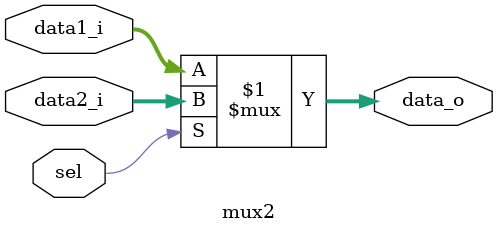
<source format=v>
module mux2
(
    input   wire     [7:0]   data1_i,
    input   wire     [7:0]   data2_i,
    input   wire             sel,
    
    output  wire     [7:0]   data_o
);

assign  data_o = sel ? data2_i : data1_i;
 
endmodule 

</source>
